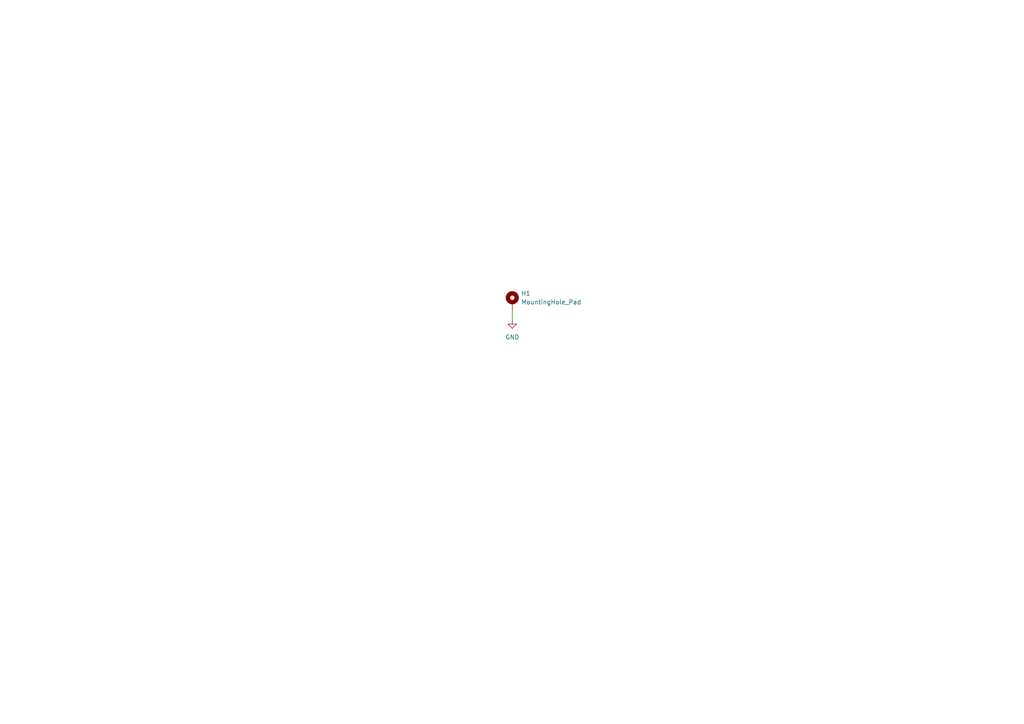
<source format=kicad_sch>
(kicad_sch (version 20250114) (generator "eeschema") (generator_version "9.0")
  (paper "A4")
  (lib_symbols
    (symbol "Mechanical:MountingHole_Pad" (pin_numbers (hide yes)) (pin_names (offset 1.016) (hide yes)) (in_bom no)
      (property "Reference" "H" (at 0 6.35 0))
      (property "Value" "MountingHole_Pad" (at 0 4.445 0))
      (symbol "MountingHole_Pad_0_1"
        (circle (center 0 1.27) (radius 1.27) (stroke (width 1.27)))
      )
      (symbol "MountingHole_Pad_1_1"
        (pin input line (at 0 -2.54 90) (length 2.54) (name "1") (number "1"))
      )
    )
    (symbol "power:GND" (power) (pin_numbers (hide yes)) (pin_names (offset 0) (hide yes))
      (property "Value" "GND" (at 0 -3.81 0))
      (symbol "GND_0_1"
        (polyline (pts (xy 0 0) (xy 0 -1.27) (xy 1.27 -1.27) (xy 0 -2.54) (xy -1.27 -1.27) (xy 0 -1.27)))
      )
      (symbol "GND_1_1"
        (pin power_in line (at 0 0 270) (length 0) (name "~") (number "1"))
      )
    )
  )
  (wire (pts (xy 148.59 92.71) (xy 148.59 90.17)))
  (symbol (lib_id "power:GND") (at 148.59 92.71 0) (unit 1)
    (property "Reference" "#PWR01" (effects (hide yes)))
    (property "Value" "GND" (at 148.59 97.79 0))
    (property "Description" "Power symbol creates a global label with name \"GND\" , ground" (effects (hide yes)))
  )
  (symbol (lib_id "Mechanical:MountingHole_Pad") (at 148.59 87.63 0) (unit 1) (in_bom no)
    (property "Reference" "H1" (at 151.13 85.0899 0) (effects (justify left)))
    (property "Value" "MountingHole_Pad" (at 151.13 87.6299 0) (effects (justify left)))
    (property "Footprint" "MountingHole:MountingHole_3.2mm_M3_Pad_TopOnly" (effects (hide yes)))
    (property "Description" "Mounting Hole with connection" (effects (hide yes)))
  )
)
</source>
